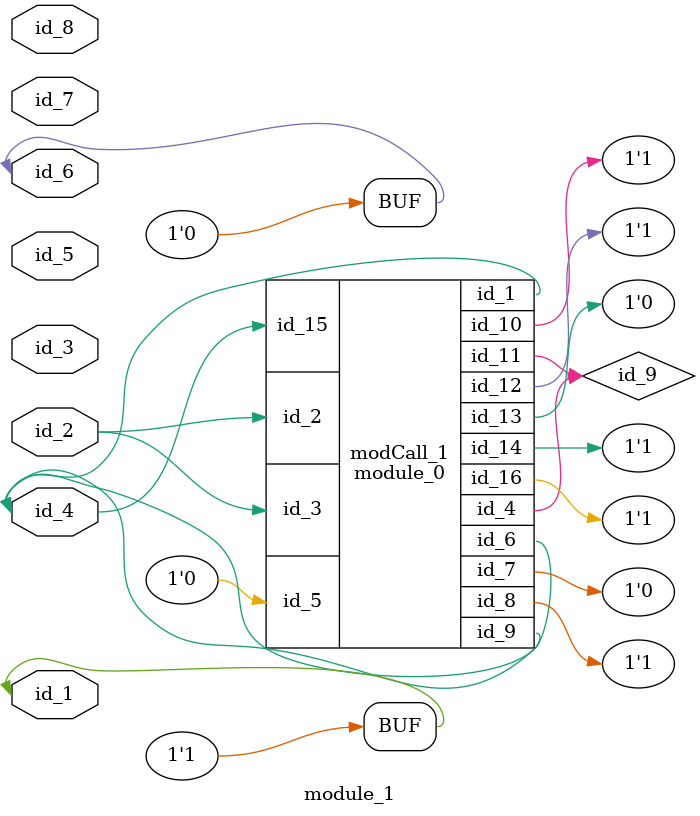
<source format=v>
module module_0 (
    id_1,
    id_2,
    id_3,
    id_4,
    id_5,
    id_6,
    id_7,
    id_8,
    id_9,
    id_10,
    id_11,
    id_12,
    id_13,
    id_14,
    id_15,
    id_16
);
  output wire id_16;
  input wire id_15;
  output wire id_14;
  inout wire id_13;
  inout wire id_12;
  output wire id_11;
  output wire id_10;
  output wire id_9;
  output wire id_8;
  output wire id_7;
  inout wire id_6;
  input wire id_5;
  inout wire id_4;
  input wire id_3;
  input wire id_2;
  output wire id_1;
  wire id_17;
  wire id_18;
endmodule
module module_1 (
    id_1,
    id_2,
    id_3,
    id_4,
    id_5,
    id_6,
    id_7,
    id_8
);
  input wire id_8;
  input wire id_7;
  inout wire id_6;
  input wire id_5;
  inout wire id_4;
  input wire id_3;
  input wire id_2;
  inout wire id_1;
  assign id_6 = 1'b0;
  xor primCall (id_1, id_2, id_7, id_6, id_5, id_8, id_9, id_3, id_4);
  assign id_1 = 1;
  wire id_9;
  module_0 modCall_1 (
      id_4,
      id_2,
      id_2,
      id_9,
      id_6,
      id_4,
      id_6,
      id_1,
      id_4,
      id_1,
      id_9,
      id_1,
      id_6,
      id_1,
      id_4,
      id_1
  );
  wire id_10;
endmodule

</source>
